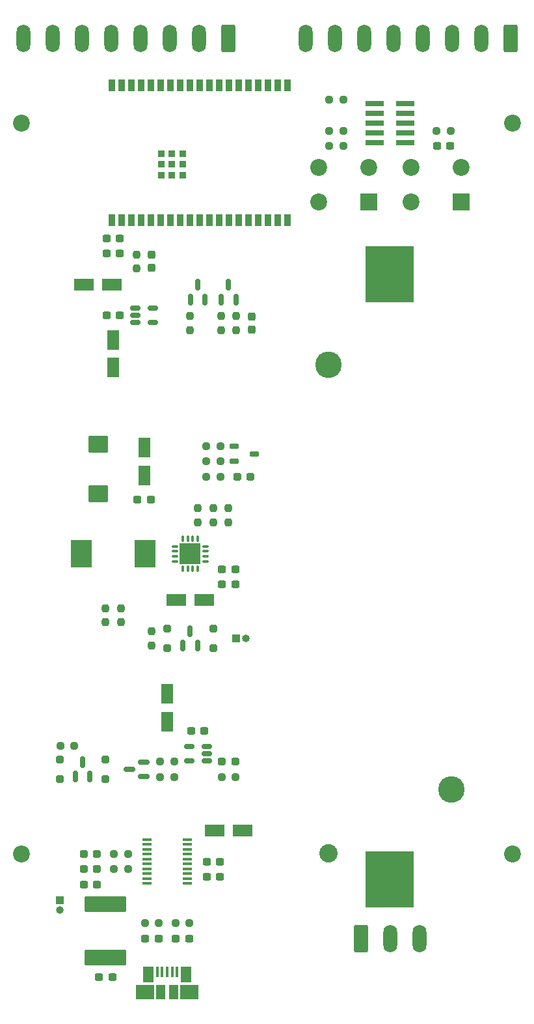
<source format=gbr>
G04 #@! TF.GenerationSoftware,KiCad,Pcbnew,8.0.5-8.0.5-0~ubuntu24.04.1*
G04 #@! TF.CreationDate,2024-10-06T17:11:21+03:00*
G04 #@! TF.ProjectId,esp32-main,65737033-322d-46d6-9169-6e2e6b696361,A*
G04 #@! TF.SameCoordinates,Original*
G04 #@! TF.FileFunction,Soldermask,Top*
G04 #@! TF.FilePolarity,Negative*
%FSLAX46Y46*%
G04 Gerber Fmt 4.6, Leading zero omitted, Abs format (unit mm)*
G04 Created by KiCad (PCBNEW 8.0.5-8.0.5-0~ubuntu24.04.1) date 2024-10-06 17:11:21*
%MOMM*%
%LPD*%
G01*
G04 APERTURE LIST*
G04 Aperture macros list*
%AMRoundRect*
0 Rectangle with rounded corners*
0 $1 Rounding radius*
0 $2 $3 $4 $5 $6 $7 $8 $9 X,Y pos of 4 corners*
0 Add a 4 corners polygon primitive as box body*
4,1,4,$2,$3,$4,$5,$6,$7,$8,$9,$2,$3,0*
0 Add four circle primitives for the rounded corners*
1,1,$1+$1,$2,$3*
1,1,$1+$1,$4,$5*
1,1,$1+$1,$6,$7*
1,1,$1+$1,$8,$9*
0 Add four rect primitives between the rounded corners*
20,1,$1+$1,$2,$3,$4,$5,0*
20,1,$1+$1,$4,$5,$6,$7,0*
20,1,$1+$1,$6,$7,$8,$9,0*
20,1,$1+$1,$8,$9,$2,$3,0*%
G04 Aperture macros list end*
%ADD10RoundRect,0.250000X-0.650000X-1.550000X0.650000X-1.550000X0.650000X1.550000X-0.650000X1.550000X0*%
%ADD11O,1.800000X3.600000*%
%ADD12R,1.000000X1.000000*%
%ADD13O,1.000000X1.000000*%
%ADD14R,2.200000X2.200000*%
%ADD15C,2.200000*%
%ADD16RoundRect,0.237500X-0.237500X0.300000X-0.237500X-0.300000X0.237500X-0.300000X0.237500X0.300000X0*%
%ADD17R,2.700000X3.600000*%
%ADD18RoundRect,0.237500X0.237500X-0.250000X0.237500X0.250000X-0.237500X0.250000X-0.237500X-0.250000X0*%
%ADD19RoundRect,0.237500X0.250000X0.237500X-0.250000X0.237500X-0.250000X-0.237500X0.250000X-0.237500X0*%
%ADD20RoundRect,0.237500X-0.237500X0.250000X-0.237500X-0.250000X0.237500X-0.250000X0.237500X0.250000X0*%
%ADD21RoundRect,0.237500X-0.300000X-0.237500X0.300000X-0.237500X0.300000X0.237500X-0.300000X0.237500X0*%
%ADD22RoundRect,0.237500X-0.250000X-0.237500X0.250000X-0.237500X0.250000X0.237500X-0.250000X0.237500X0*%
%ADD23RoundRect,0.162500X-0.447500X-0.162500X0.447500X-0.162500X0.447500X0.162500X-0.447500X0.162500X0*%
%ADD24RoundRect,0.250000X0.250000X-0.250000X0.250000X0.250000X-0.250000X0.250000X-0.250000X-0.250000X0*%
%ADD25RoundRect,0.250000X-0.550000X1.050000X-0.550000X-1.050000X0.550000X-1.050000X0.550000X1.050000X0*%
%ADD26RoundRect,0.150000X0.512500X0.150000X-0.512500X0.150000X-0.512500X-0.150000X0.512500X-0.150000X0*%
%ADD27RoundRect,0.250000X0.550000X-1.050000X0.550000X1.050000X-0.550000X1.050000X-0.550000X-1.050000X0*%
%ADD28R,0.450000X1.380000*%
%ADD29R,2.375000X1.900000*%
%ADD30R,1.475000X2.100000*%
%ADD31R,1.175000X1.900000*%
%ADD32RoundRect,0.237500X0.237500X-0.300000X0.237500X0.300000X-0.237500X0.300000X-0.237500X-0.300000X0*%
%ADD33RoundRect,0.250000X-1.025000X0.875000X-1.025000X-0.875000X1.025000X-0.875000X1.025000X0.875000X0*%
%ADD34RoundRect,0.237500X0.300000X0.237500X-0.300000X0.237500X-0.300000X-0.237500X0.300000X-0.237500X0*%
%ADD35RoundRect,0.250000X-0.250000X0.250000X-0.250000X-0.250000X0.250000X-0.250000X0.250000X0.250000X0*%
%ADD36R,2.400000X0.740000*%
%ADD37R,0.900000X1.500000*%
%ADD38R,0.900000X0.900000*%
%ADD39RoundRect,0.250001X2.474999X-0.799999X2.474999X0.799999X-2.474999X0.799999X-2.474999X-0.799999X0*%
%ADD40R,1.200000X0.400000*%
%ADD41RoundRect,0.237500X0.287500X0.237500X-0.287500X0.237500X-0.287500X-0.237500X0.287500X-0.237500X0*%
%ADD42RoundRect,0.250000X-1.050000X-0.550000X1.050000X-0.550000X1.050000X0.550000X-1.050000X0.550000X0*%
%ADD43RoundRect,0.150000X0.587500X0.150000X-0.587500X0.150000X-0.587500X-0.150000X0.587500X-0.150000X0*%
%ADD44RoundRect,0.087500X-0.325000X-0.087500X0.325000X-0.087500X0.325000X0.087500X-0.325000X0.087500X0*%
%ADD45RoundRect,0.087500X-0.087500X-0.325000X0.087500X-0.325000X0.087500X0.325000X-0.087500X0.325000X0*%
%ADD46R,2.700000X2.700000*%
%ADD47RoundRect,0.237500X-0.287500X-0.237500X0.287500X-0.237500X0.287500X0.237500X-0.287500X0.237500X0*%
%ADD48RoundRect,0.150000X0.150000X-0.587500X0.150000X0.587500X-0.150000X0.587500X-0.150000X-0.587500X0*%
%ADD49RoundRect,0.150000X-0.512500X-0.150000X0.512500X-0.150000X0.512500X0.150000X-0.512500X0.150000X0*%
%ADD50RoundRect,0.250000X1.050000X0.550000X-1.050000X0.550000X-1.050000X-0.550000X1.050000X-0.550000X0*%
%ADD51RoundRect,0.250000X0.650000X1.550000X-0.650000X1.550000X-0.650000X-1.550000X0.650000X-1.550000X0*%
%ADD52C,2.390000*%
%ADD53C,3.450000*%
%ADD54R,6.350000X7.340000*%
G04 APERTURE END LIST*
D10*
X157245000Y-147067500D03*
D11*
X161055000Y-147067500D03*
X164865000Y-147067500D03*
D12*
X141000000Y-108000000D03*
D13*
X142270000Y-108000000D03*
X118000000Y-143270000D03*
D12*
X118000000Y-142000000D03*
D14*
X170250000Y-51250000D03*
D15*
X163750000Y-51250000D03*
X170250000Y-46750000D03*
X163750000Y-46750000D03*
D14*
X158250000Y-51250000D03*
D15*
X151750000Y-51250000D03*
X158250000Y-46750000D03*
X151750000Y-46750000D03*
D16*
X130000000Y-58137500D03*
X130000000Y-59862500D03*
D17*
X120850000Y-97000000D03*
X129150000Y-97000000D03*
D18*
X138000000Y-92912500D03*
X138000000Y-91087500D03*
D19*
X132912500Y-124000000D03*
X131087500Y-124000000D03*
D20*
X140000000Y-91087500D03*
X140000000Y-92912500D03*
D21*
X139137500Y-99000000D03*
X140862500Y-99000000D03*
D22*
X167087500Y-42000000D03*
X168912500Y-42000000D03*
D23*
X140690000Y-83050000D03*
X140690000Y-84950000D03*
X143310000Y-84000000D03*
D15*
X177000000Y-41000000D03*
D24*
X124000000Y-126250000D03*
X124000000Y-123750000D03*
D25*
X125000000Y-69200000D03*
X125000000Y-72800000D03*
D19*
X132912500Y-126000000D03*
X131087500Y-126000000D03*
D21*
X135137500Y-120000000D03*
X136862500Y-120000000D03*
D26*
X137137500Y-123950000D03*
X137137500Y-123000000D03*
X137137500Y-122050000D03*
X134862500Y-122050000D03*
X134862500Y-123950000D03*
D27*
X132000000Y-118800000D03*
X132000000Y-115200000D03*
D28*
X130700000Y-151340000D03*
X131350000Y-151340000D03*
X132000000Y-151340000D03*
X132650000Y-151340000D03*
X133300000Y-151340000D03*
D29*
X134912500Y-154000000D03*
D30*
X134462500Y-151700000D03*
D31*
X132837500Y-154000000D03*
X131162500Y-154000000D03*
D30*
X129537500Y-151700000D03*
D29*
X129087500Y-154000000D03*
D22*
X139087500Y-126000000D03*
X140912500Y-126000000D03*
D32*
X143000000Y-67862500D03*
X143000000Y-66137500D03*
D19*
X126912500Y-138000000D03*
X125087500Y-138000000D03*
D33*
X123000000Y-82800000D03*
X123000000Y-89200000D03*
D19*
X138912500Y-83000000D03*
X137087500Y-83000000D03*
D34*
X125862500Y-58000000D03*
X124137500Y-58000000D03*
D21*
X137137500Y-139000000D03*
X138862500Y-139000000D03*
D20*
X135000000Y-66087500D03*
X135000000Y-67912500D03*
D35*
X132000000Y-106750000D03*
X132000000Y-109250000D03*
D36*
X162950000Y-43540000D03*
X159050000Y-43540000D03*
X162950000Y-42270000D03*
X159050000Y-42270000D03*
X162950000Y-41000000D03*
X159050000Y-41000000D03*
X162950000Y-39730000D03*
X159050000Y-39730000D03*
X162950000Y-38460000D03*
X159050000Y-38460000D03*
D37*
X124805000Y-53650000D03*
X126075000Y-53650000D03*
X127345000Y-53650000D03*
X128615000Y-53650000D03*
X129885000Y-53650000D03*
X131155000Y-53650000D03*
X132425000Y-53650000D03*
X133695000Y-53650000D03*
X134965000Y-53650000D03*
X136235000Y-53650000D03*
X137505000Y-53650000D03*
X138775000Y-53650000D03*
X140045000Y-53650000D03*
X141315000Y-53650000D03*
X142585000Y-53650000D03*
X143855000Y-53650000D03*
X145125000Y-53650000D03*
X146395000Y-53650000D03*
X147665000Y-53650000D03*
X147665000Y-36150000D03*
X146395000Y-36150000D03*
X145125000Y-36150000D03*
X143855000Y-36150000D03*
X142585000Y-36150000D03*
X141315000Y-36150000D03*
X140045000Y-36150000D03*
X138775000Y-36150000D03*
X137505000Y-36150000D03*
X136235000Y-36150000D03*
X134965000Y-36150000D03*
X133695000Y-36150000D03*
X132425000Y-36150000D03*
X131155000Y-36150000D03*
X129885000Y-36150000D03*
X128615000Y-36150000D03*
X127345000Y-36150000D03*
X126075000Y-36150000D03*
X124805000Y-36150000D03*
D38*
X131200000Y-47805000D03*
X132600000Y-47800000D03*
X134000000Y-47800000D03*
X131200000Y-46400000D03*
X132600000Y-46400000D03*
X134000000Y-46400000D03*
X131200000Y-45000000D03*
X132600000Y-45000000D03*
X134000000Y-45000000D03*
D19*
X154912500Y-44000000D03*
X153087500Y-44000000D03*
D15*
X113000000Y-41000000D03*
D39*
X124000000Y-149475000D03*
X124000000Y-142525000D03*
D19*
X154912500Y-42000000D03*
X153087500Y-42000000D03*
D18*
X124000000Y-105912500D03*
X124000000Y-104087500D03*
D40*
X129400000Y-134142500D03*
X129400000Y-134777500D03*
X129400000Y-135412500D03*
X129400000Y-136047500D03*
X129400000Y-136682500D03*
X129400000Y-137317500D03*
X129400000Y-137952500D03*
X129400000Y-138587500D03*
X129400000Y-139222500D03*
X129400000Y-139857500D03*
X134600000Y-139857500D03*
X134600000Y-139222500D03*
X134600000Y-138587500D03*
X134600000Y-137952500D03*
X134600000Y-137317500D03*
X134600000Y-136682500D03*
X134600000Y-136047500D03*
X134600000Y-135412500D03*
X134600000Y-134777500D03*
X134600000Y-134142500D03*
D19*
X154912500Y-38000000D03*
X153087500Y-38000000D03*
D41*
X122875000Y-138000000D03*
X121125000Y-138000000D03*
D42*
X138200000Y-133000000D03*
X141800000Y-133000000D03*
D43*
X128937500Y-125950000D03*
X128937500Y-124050000D03*
X127062500Y-125000000D03*
D35*
X118000000Y-123750000D03*
X118000000Y-126250000D03*
D22*
X129087500Y-145000000D03*
X130912500Y-145000000D03*
D20*
X136000000Y-91087500D03*
X136000000Y-92912500D03*
D21*
X137137500Y-137000000D03*
X138862500Y-137000000D03*
D19*
X126912500Y-136000000D03*
X125087500Y-136000000D03*
D44*
X133037500Y-96025000D03*
X133037500Y-96675000D03*
X133037500Y-97325000D03*
X133037500Y-97975000D03*
D45*
X134025000Y-98962500D03*
X134675000Y-98962500D03*
X135325000Y-98962500D03*
X135975000Y-98962500D03*
D44*
X136962500Y-97975000D03*
X136962500Y-97325000D03*
X136962500Y-96675000D03*
X136962500Y-96025000D03*
D45*
X135975000Y-95037500D03*
X135325000Y-95037500D03*
X134675000Y-95037500D03*
X134025000Y-95037500D03*
D46*
X135000000Y-97000000D03*
D15*
X177000000Y-136050000D03*
D34*
X124862500Y-152000000D03*
X123137500Y-152000000D03*
D47*
X139125000Y-124000000D03*
X140875000Y-124000000D03*
D22*
X137087500Y-87000000D03*
X138912500Y-87000000D03*
D48*
X135050000Y-63937500D03*
X136950000Y-63937500D03*
X136000000Y-62062500D03*
D49*
X127862500Y-65050000D03*
X127862500Y-66000000D03*
X127862500Y-66950000D03*
X130137500Y-66950000D03*
X130137500Y-65050000D03*
D19*
X134912500Y-145000000D03*
X133087500Y-145000000D03*
D18*
X141000000Y-67912500D03*
X141000000Y-66087500D03*
D50*
X136800000Y-103000000D03*
X133200000Y-103000000D03*
D20*
X139000000Y-66087500D03*
X139000000Y-67912500D03*
D41*
X122875000Y-136000000D03*
X121125000Y-136000000D03*
D15*
X113000000Y-136000000D03*
D34*
X129862500Y-90000000D03*
X128137500Y-90000000D03*
D48*
X139050000Y-63937500D03*
X140950000Y-63937500D03*
X140000000Y-62062500D03*
D51*
X140000000Y-30000000D03*
D11*
X136190000Y-30000000D03*
X132380000Y-30000000D03*
X128570000Y-30000000D03*
X124760000Y-30000000D03*
X120950000Y-30000000D03*
X117140000Y-30000000D03*
X113330000Y-30000000D03*
D52*
X153000000Y-135930000D03*
D53*
X169000000Y-127600000D03*
X153000000Y-72400000D03*
D54*
X161000000Y-139330000D03*
X161000000Y-60670000D03*
D50*
X124800000Y-62000000D03*
X121200000Y-62000000D03*
D20*
X130000000Y-107087500D03*
X130000000Y-108912500D03*
D24*
X138000000Y-109250000D03*
X138000000Y-106750000D03*
D51*
X176670000Y-30000000D03*
D11*
X172860000Y-30000000D03*
X169050000Y-30000000D03*
X165240000Y-30000000D03*
X161430000Y-30000000D03*
X157620000Y-30000000D03*
X153810000Y-30000000D03*
X150000000Y-30000000D03*
D41*
X142875000Y-87000000D03*
X141125000Y-87000000D03*
D48*
X134050000Y-108937500D03*
X135950000Y-108937500D03*
X135000000Y-107062500D03*
D21*
X167137500Y-44000000D03*
X168862500Y-44000000D03*
D19*
X119912500Y-122000000D03*
X118087500Y-122000000D03*
X138912500Y-85000000D03*
X137087500Y-85000000D03*
D21*
X139137500Y-101000000D03*
X140862500Y-101000000D03*
D18*
X128000000Y-59912500D03*
X128000000Y-58087500D03*
X126000000Y-105912500D03*
X126000000Y-104087500D03*
D34*
X125862500Y-56000000D03*
X124137500Y-56000000D03*
D27*
X129000000Y-86800000D03*
X129000000Y-83200000D03*
D48*
X120050000Y-125937500D03*
X121950000Y-125937500D03*
X121000000Y-124062500D03*
D21*
X133137500Y-147000000D03*
X134862500Y-147000000D03*
D34*
X125862500Y-66000000D03*
X124137500Y-66000000D03*
D21*
X121137500Y-140000000D03*
X122862500Y-140000000D03*
D34*
X130862500Y-147000000D03*
X129137500Y-147000000D03*
M02*

</source>
